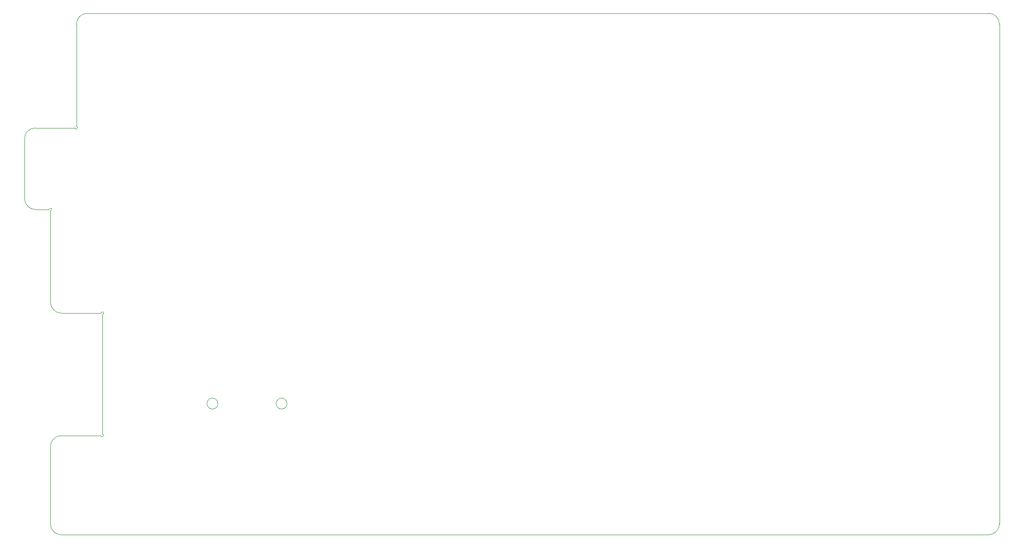
<source format=gbr>
%TF.GenerationSoftware,KiCad,Pcbnew,(5.1.10)-1*%
%TF.CreationDate,2023-08-12T15:50:14-04:00*%
%TF.ProjectId,niche65_mk2_right,6e696368-6536-4355-9f6d-6b325f726967,rev?*%
%TF.SameCoordinates,Original*%
%TF.FileFunction,Profile,NP*%
%FSLAX46Y46*%
G04 Gerber Fmt 4.6, Leading zero omitted, Abs format (unit mm)*
G04 Created by KiCad (PCBNEW (5.1.10)-1) date 2023-08-12 15:50:14*
%MOMM*%
%LPD*%
G01*
G04 APERTURE LIST*
%TA.AperFunction,Profile*%
%ADD10C,0.050000*%
%TD*%
G04 APERTURE END LIST*
D10*
X118462500Y-162230000D02*
G75*
G03*
X118462500Y-162230000I-1000000J0D01*
G01*
X131162500Y-162230000D02*
G75*
G03*
X131162500Y-162230000I-1000000J0D01*
G01*
X259925000Y-90475000D02*
G75*
G02*
X261925000Y-92475000I0J-2000000D01*
G01*
X261925000Y-184360000D02*
G75*
G02*
X259925000Y-186360000I-2000000J0D01*
G01*
X89737500Y-186360000D02*
G75*
G02*
X87737500Y-184360000I0J2000000D01*
G01*
X87737500Y-170100000D02*
G75*
G02*
X89737500Y-168100000I2000000J0D01*
G01*
X97262500Y-167850000D02*
G75*
G02*
X97012500Y-168100000I0J-250000D01*
G01*
X97012500Y-145600000D02*
G75*
G02*
X97262500Y-145850000I250000J0D01*
G01*
X89737500Y-145600000D02*
G75*
G02*
X87737500Y-143600000I0J2000000D01*
G01*
X87487500Y-126550000D02*
G75*
G02*
X87737500Y-126800000I250000J0D01*
G01*
X92500000Y-111300000D02*
G75*
G02*
X92250000Y-111550000I0J-250000D01*
G01*
X84975000Y-126550000D02*
G75*
G02*
X82975000Y-124550000I0J2000000D01*
G01*
X82975000Y-113550000D02*
G75*
G02*
X84975000Y-111550000I2000000J0D01*
G01*
X92500000Y-92475000D02*
G75*
G02*
X94500000Y-90475000I2000000J0D01*
G01*
X89737500Y-168100000D02*
X97012500Y-168100000D01*
X87737500Y-170100000D02*
X87737500Y-184360000D01*
X97262500Y-145850000D02*
X97262500Y-167850000D01*
X89737500Y-145600000D02*
X97012500Y-145600000D01*
X87737500Y-126800000D02*
X87737500Y-143600000D01*
X84975000Y-126550000D02*
X87487500Y-126550000D01*
X82975000Y-113550000D02*
X82975000Y-124550000D01*
X92250000Y-111550000D02*
X84975000Y-111550000D01*
X92500000Y-92475000D02*
X92500000Y-111300000D01*
X259925000Y-90475000D02*
X94500000Y-90475000D01*
X261925000Y-184360000D02*
X261925000Y-92475000D01*
X89737500Y-186360000D02*
X259925000Y-186360000D01*
M02*

</source>
